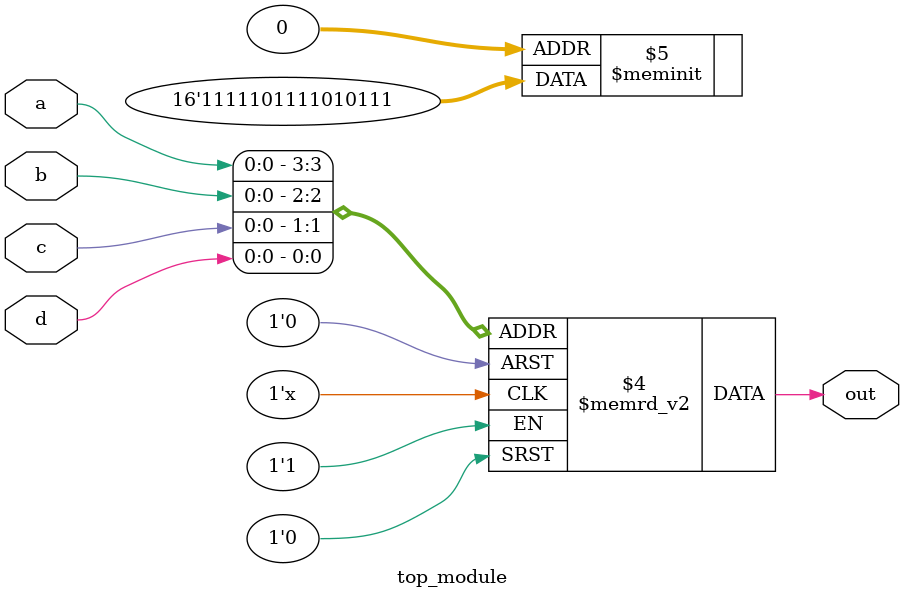
<source format=sv>
module top_module (
    input a, 
    input b,
    input c,
    input d,
    output reg out
);

always @(*) begin
    case ({a, b, c, d})
        4'b0000: out = 1'b1;
        4'b0001: out = 1'b1;
        4'b0010: out = 1'b1;
        4'b0011: out = 1'b0;
        4'b0100: out = 1'b1;
        4'b0101: out = 1'b0;
        4'b0110: out = 1'b1;
        4'b0111: out = 1'b1;
        4'b1000: out = 1'b1;
        4'b1001: out = 1'b1;
        4'b1010: out = 1'b0;
        4'b1011: out = 1'b1;
        4'b1100: out = 1'b1;
        4'b1101: out = 1'b1;
        4'b1110: out = 1'b1;
        4'b1111: out = 1'b1;
    endcase
end

endmodule

</source>
